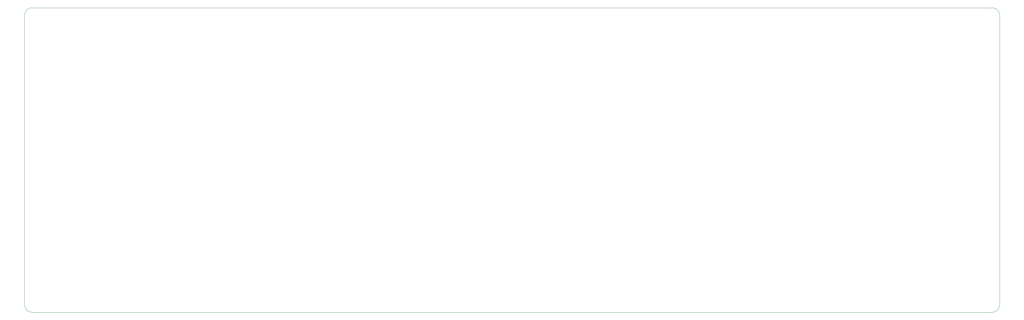
<source format=gbr>
G04 #@! TF.GenerationSoftware,KiCad,Pcbnew,(5.1.4)-1*
G04 #@! TF.CreationDate,2022-05-12T21:47:59-04:00*
G04 #@! TF.ProjectId,horsie-65,686f7273-6965-42d3-9635-2e6b69636164,rev?*
G04 #@! TF.SameCoordinates,Original*
G04 #@! TF.FileFunction,Profile,NP*
%FSLAX46Y46*%
G04 Gerber Fmt 4.6, Leading zero omitted, Abs format (unit mm)*
G04 Created by KiCad (PCBNEW (5.1.4)-1) date 2022-05-12 21:47:59*
%MOMM*%
%LPD*%
G04 APERTURE LIST*
%ADD10C,0.050000*%
G04 APERTURE END LIST*
D10*
X60325000Y-190500000D02*
X360362500Y-190500000D01*
X60325000Y-190500000D02*
G75*
G02X57943750Y-188118750I0J2381250D01*
G01*
X362743750Y-188118750D02*
X362743750Y-97631250D01*
X57943750Y-97631250D02*
X57943750Y-188118750D01*
X360362500Y-95250000D02*
X60325000Y-95250000D01*
X360362500Y-95250000D02*
G75*
G02X362743750Y-97631250I0J-2381250D01*
G01*
X362743750Y-188118750D02*
G75*
G02X360362500Y-190500000I-2381250J0D01*
G01*
X57943750Y-97631250D02*
G75*
G02X60325000Y-95250000I2381250J0D01*
G01*
M02*

</source>
